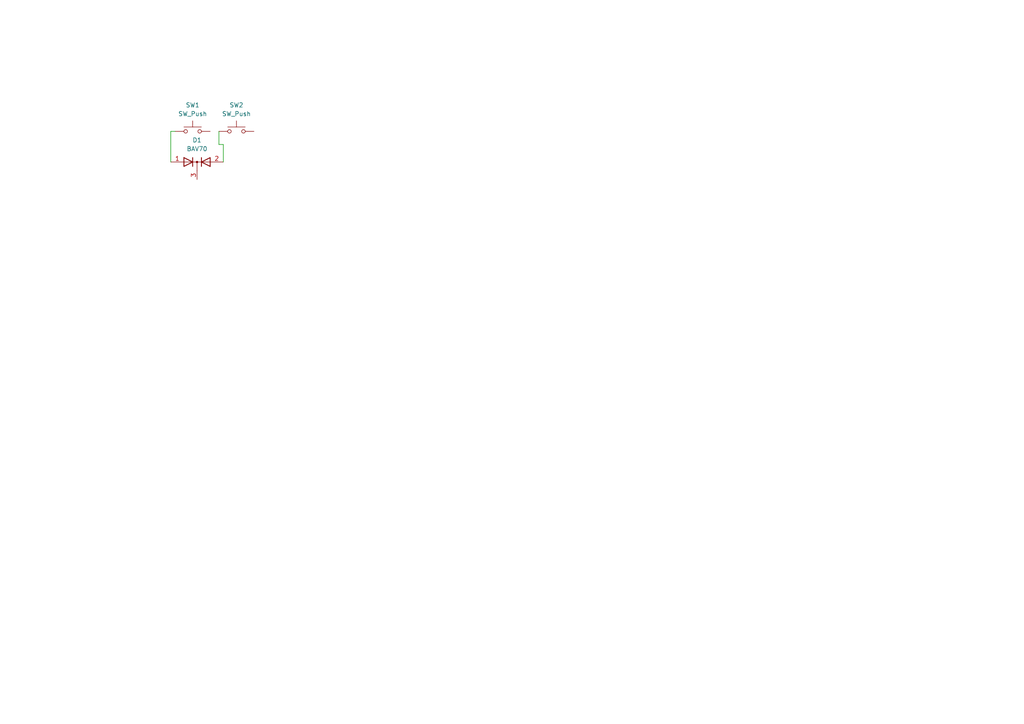
<source format=kicad_sch>
(kicad_sch (version 20230121) (generator eeschema)
  (paper "A4")
  (lib_symbols
    (symbol "Diode:BAV70" (pin_names hide)
      (property "Reference" "D" (at 0.635 -2.54 0))
      (property "Value" "BAV70" (at 0 2.54 0))
      (symbol "BAV70_0_1"
        (polyline (pts (xy -3.81 0) (xy 3.81 0)))
        (polyline (pts (xy 0 0) (xy 0 -2.54)))
        (polyline (pts (xy -1.27 -1.27) (xy -1.27 1.27) (xy -1.27 1.27)) (stroke (width 0.254)))
        (polyline (pts (xy 1.27 -1.27) (xy 1.27 1.27) (xy 1.27 1.27)) (stroke (width 0.254)))
        (polyline (pts (xy -3.81 1.27) (xy -1.27 0) (xy -3.81 -1.27) (xy -3.81 1.27) (xy -3.81 1.27) (xy -3.81 1.27)) (stroke (width 0.254)))
        (polyline (pts (xy 3.81 -1.27) (xy 1.27 0) (xy 3.81 1.27) (xy 3.81 -1.27) (xy 3.81 -1.27) (xy 3.81 -1.27)) (stroke (width 0.254)))
        (circle (center 0 0) (radius 0.254) (fill (type outline)))
        (pin passive line (at -7.62 0 0) (length 3.81) (name "A") (number "1"))
        (pin passive line (at 7.62 0 180) (length 3.81) (name "A") (number "2"))
        (pin passive line (at 0 -5.08 90) (length 2.54) (name "K") (number "3"))
      )
    )
    (symbol "Switch:SW_Push" (pin_numbers hide) (pin_names (offset 1.016) hide)
      (property "Reference" "SW" (at 1.27 2.54 0))
      (property "Value" "SW_Push" (at 0 -1.524 0))
      (symbol "SW_Push_0_1"
        (circle (center -2.032 0) (radius 0.508))
        (polyline (pts (xy 0 1.27) (xy 0 3.048)))
        (polyline (pts (xy 2.54 1.27) (xy -2.54 1.27)))
        (circle (center 2.032 0) (radius 0.508))
        (pin passive line (at -5.08 0 0) (length 2.54) (name "1") (number "1"))
        (pin passive line (at 5.08 0 180) (length 2.54) (name "2") (number "2"))
      )
    )
  )
  (wire (pts (xy 64.77 41.91) (xy 64.77 46.99)))
  (wire (pts (xy 63.5 38.1) (xy 63.5 41.91)))
  (wire (pts (xy 49.53 38.1) (xy 49.53 46.99)))
  (wire (pts (xy 50.8 38.1) (xy 49.53 38.1)))
  (wire (pts (xy 63.5 41.91) (xy 64.77 41.91)))
  (symbol (lib_id "Switch:SW_Push") (at 68.58 38.1 0) (mirror y) (unit 1)
    (property "Reference" "SW2" (at 68.58 30.48 0))
    (property "Value" "SW_Push" (at 68.58 33.02 0))
    (property "Footprint" "custom-parts:MX_1U_test" (effects hide))
  )
  (symbol (lib_id "Diode:BAV70") (at 57.15 46.99 0) (unit 1)
    (property "Reference" "D1" (at 57.15 40.64 0))
    (property "Value" "BAV70" (at 57.15 43.18 0))
    (property "Footprint" "Package_TO_SOT_SMD:SOT-23" (effects hide))
    (property "Datasheet" "https://assets.nexperia.com/documents/data-sheet/BAV70_SER.pdf" (effects hide))
  )
  (symbol (lib_id "Switch:SW_Push") (at 55.88 38.1 0) (mirror y) (unit 1)
    (property "Reference" "SW1" (at 55.88 30.48 0))
    (property "Value" "SW_Push" (at 55.88 33.02 0))
    (property "Footprint" "custom-parts:MX_1U_test" (effects hide))
  )
)
</source>
